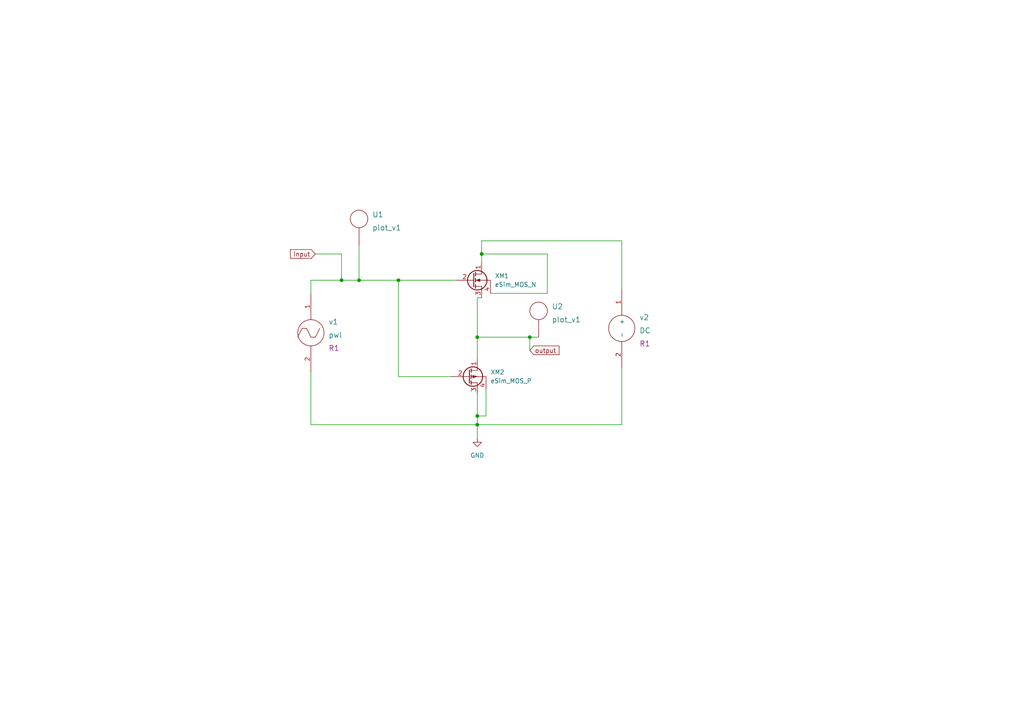
<source format=kicad_sch>
(kicad_sch (version 20211123) (generator eeschema)
  (paper "A4")
  (lib_symbols
    (symbol "eSim_Devices:eSim_MOS_N" (pin_names (offset 0) hide)
      (property "Reference" "M" (at 0 -3.81 0))
      (property "Value" "eSim_MOS_N" (at 2.54 -1.27 0))
      (symbol "eSim_MOS_N_0_1"
        (polyline (pts (xy 3.302 -7.366) (xy 3.302 -6.35)) (stroke (width 0.254)))
        (polyline (pts (xy 3.302 -6.858) (xy 5.08 -6.858)))
        (polyline (pts (xy 3.302 -5.588) (xy 3.302 -4.572)) (stroke (width 0.254)))
        (polyline (pts (xy 3.302 -5.08) (xy 5.08 -5.08)))
        (polyline (pts (xy 3.302 -3.81) (xy 3.302 -2.794)) (stroke (width 0.254)))
        (polyline (pts (xy 3.302 -3.302) (xy 5.08 -3.302)))
        (polyline (pts (xy 5.08 -7.62) (xy 5.08 -6.858)))
        (polyline (pts (xy 5.08 -3.302) (xy 5.08 -2.54)))
        (polyline (pts (xy 2.794 -6.985) (xy 2.794 -3.175) (xy 2.794 -3.175)) (stroke (width 0.254)))
        (polyline (pts (xy 5.08 -5.08) (xy 7.62 -5.08) (xy 7.62 -6.35)))
        (polyline (pts (xy 3.556 -5.08) (xy 4.572 -5.461) (xy 4.572 -4.699) (xy 3.556 -5.08)) (fill (type outline)))
        (circle (center 3.81 -5.08) (radius 2.8194) (stroke (width 0.254)))
      )
      (symbol "eSim_MOS_N_1_1"
        (pin passive line (at 5.08 0 270) (length 2.54) (name "D") (number "1"))
        (pin passive line (at -2.54 -5.08 0) (length 5.334) (name "G") (number "2"))
        (pin passive line (at 5.08 -10.16 90) (length 2.54) (name "S") (number "3"))
        (pin passive line (at 7.62 -8.89 90) (length 2.4892) (name "B") (number "4"))
      )
    )
    (symbol "eSim_Devices:eSim_MOS_P" (pin_names (offset 0) hide)
      (property "Reference" "M" (at -1.27 1.27 0))
      (property "Value" "eSim_MOS_P" (at 1.27 3.81 0))
      (symbol "eSim_MOS_P_0_1"
        (polyline (pts (xy 2.032 -1.778) (xy 3.81 -1.778)))
        (polyline (pts (xy 2.032 -1.27) (xy 2.032 -2.286)) (stroke (width 0.254)))
        (polyline (pts (xy 2.032 0) (xy 3.81 0)))
        (polyline (pts (xy 2.032 0.508) (xy 2.032 -0.508)) (stroke (width 0.254)))
        (polyline (pts (xy 2.032 1.778) (xy 3.81 1.778)))
        (polyline (pts (xy 2.032 2.286) (xy 2.032 1.27)) (stroke (width 0.254)))
        (polyline (pts (xy 3.81 -1.778) (xy 3.81 -2.54)))
        (polyline (pts (xy 3.81 2.54) (xy 3.81 1.778)))
        (polyline (pts (xy 1.524 1.905) (xy 1.524 -1.905) (xy 1.524 -1.905)) (stroke (width 0.254)))
        (polyline (pts (xy 3.81 0) (xy 6.35 0) (xy 6.35 -1.27)))
        (polyline (pts (xy 3.556 0) (xy 2.54 -0.381) (xy 2.54 0.381) (xy 3.556 0)) (fill (type outline)))
        (circle (center 2.54 0) (radius 2.8194) (stroke (width 0.254)))
      )
      (symbol "eSim_MOS_P_1_1"
        (pin passive line (at 3.81 5.08 270) (length 2.54) (name "D") (number "1"))
        (pin passive line (at -3.81 0 0) (length 5.334) (name "G") (number "2"))
        (pin passive line (at 3.81 -5.08 90) (length 2.54) (name "S") (number "3"))
        (pin passive line (at 6.35 -3.81 90) (length 2.54) (name "B") (number "4"))
      )
    )
    (symbol "eSim_Plot:plot_v1" (pin_names (offset 1.016))
      (property "Reference" "U" (at 0 12.7 0))
      (property "Value" "plot_v1" (at 5.08 8.89 0))
      (symbol "plot_v1_0_1"
        (circle (center 0 12.7) (radius 2.54))
      )
      (symbol "plot_v1_1_1"
        (pin input line (at 0 5.08 90) (length 5.08) (name "~") (number "~"))
      )
    )
    (symbol "eSim_Power:eSim_GND" (power) (pin_names (offset 0))
      (property "Value" "eSim_GND" (at 0 -3.81 0))
      (symbol "eSim_GND_0_1"
        (polyline (pts (xy 0 0) (xy 0 -1.27) (xy 1.27 -1.27) (xy 0 -2.54) (xy -1.27 -1.27) (xy 0 -1.27)))
      )
      (symbol "eSim_GND_1_1"
        (pin power_in line (at 0 0 270) (length 0) hide (name "GND") (number "1"))
      )
    )
    (symbol "eSim_Sources:DC" (pin_names (offset 1.016))
      (property "Reference" "v" (at -5.08 2.54 0))
      (property "Value" "DC" (at -5.08 -1.27 0))
      (property "Footprint" "R1" (at -7.62 0 0))
      (symbol "DC_0_1"
        (circle (center 0 0) (radius 3.81))
      )
      (symbol "DC_1_1"
        (pin power_out line (at 0 11.43 270) (length 7.62) (name "+") (number "1"))
        (pin power_out line (at 0 -11.43 90) (length 7.62) (name "-") (number "2"))
      )
    )
    (symbol "eSim_Sources:pwl" (pin_names (offset 1.016))
      (property "Reference" "v" (at -5.08 2.54 0))
      (property "Value" "pwl" (at -6.35 -1.27 0))
      (property "Footprint" "R1" (at -7.62 0 0))
      (symbol "pwl_0_1"
        (arc (start -2.54 1.27) (mid -3.1997 0.0124) (end -3.81 -1.27))
        (arc (start -1.27 1.27) (mid -1.905 1.2806) (end -2.54 1.27))
        (arc (start 0 -1.27) (mid -0.608 0.0135) (end -1.27 1.27))
        (arc (start 0 -1.27) (mid 0.635 -1.2859) (end 1.27 -1.27))
        (circle (center 0 0) (radius 3.81))
        (arc (start 1.27 -1.27) (mid 1.944 -0.0194) (end 2.54 1.27))
      )
      (symbol "pwl_1_1"
        (pin input line (at 0 11.43 270) (length 7.62) (name "+") (number "1"))
        (pin input line (at 0 -11.43 90) (length 7.62) (name "-") (number "2"))
      )
    )
  )
  (junction (at 138.43 97.79))
  (junction (at 115.57 81.28))
  (junction (at 153.67 97.79))
  (junction (at 138.43 120.65))
  (junction (at 139.7 73.66))
  (junction (at 138.43 123.19))
  (junction (at 104.14 81.28))
  (junction (at 99.06 81.28))
  (wire (pts (xy 139.7 69.85) (xy 180.34 69.85)))
  (wire (pts (xy 180.34 123.19) (xy 138.43 123.19)))
  (wire (pts (xy 158.75 73.66) (xy 139.7 73.66)))
  (wire (pts (xy 138.43 86.36) (xy 139.7 86.36)))
  (wire (pts (xy 138.43 104.14) (xy 138.43 97.79)))
  (wire (pts (xy 180.34 69.85) (xy 180.34 83.82)))
  (wire (pts (xy 90.17 123.19) (xy 138.43 123.19)))
  (wire (pts (xy 115.57 81.28) (xy 104.14 81.28)))
  (wire (pts (xy 90.17 81.28) (xy 90.17 85.09)))
  (wire (pts (xy 90.17 107.95) (xy 90.17 123.19)))
  (wire (pts (xy 138.43 120.65) (xy 140.97 120.65)))
  (wire (pts (xy 138.43 120.65) (xy 138.43 123.19)))
  (wire (pts (xy 153.67 97.79) (xy 156.21 97.79)))
  (wire (pts (xy 138.43 97.79) (xy 138.43 86.36)))
  (wire (pts (xy 104.14 81.28) (xy 99.06 81.28)))
  (wire (pts (xy 139.7 73.66) (xy 139.7 69.85)))
  (wire (pts (xy 104.14 71.12) (xy 104.14 81.28)))
  (wire (pts (xy 99.06 73.66) (xy 99.06 81.28)))
  (wire (pts (xy 138.43 123.19) (xy 138.43 127)))
  (wire (pts (xy 115.57 109.22) (xy 115.57 81.28)))
  (wire (pts (xy 153.67 97.79) (xy 153.67 101.6)))
  (wire (pts (xy 139.7 73.66) (xy 139.7 76.2)))
  (wire (pts (xy 158.75 85.09) (xy 158.75 73.66)))
  (wire (pts (xy 138.43 114.3) (xy 138.43 120.65)))
  (wire (pts (xy 180.34 106.68) (xy 180.34 123.19)))
  (wire (pts (xy 140.97 113.03) (xy 140.97 120.65)))
  (wire (pts (xy 132.08 81.28) (xy 115.57 81.28)))
  (wire (pts (xy 142.24 85.09) (xy 158.75 85.09)))
  (wire (pts (xy 130.81 109.22) (xy 115.57 109.22)))
  (wire (pts (xy 99.06 81.28) (xy 90.17 81.28)))
  (wire (pts (xy 138.43 97.79) (xy 153.67 97.79)))
  (wire (pts (xy 91.44 73.66) (xy 99.06 73.66)))
  (global_label "output" (shape input) (at 153.67 101.6 0) (property "Intersheet References" "${INTERSHEET_REFS}" (effects hide)))
  (global_label "input" (shape input) (at 91.44 73.66 180) (property "Intersheet References" "${INTERSHEET_REFS}" (effects hide)))
  (symbol (lib_id "eSim_Plot:plot_v1") (at 156.21 102.87 0) (unit 1)
    (property "Reference" "U2" (at 160.02 88.9 0) (effects (font (size 1.524 1.524)) (justify left)))
    (property "Value" "plot_v1" (at 160.02 92.71 0) (effects (font (size 1.524 1.524)) (justify left)))
  )
  (symbol (lib_id "eSim_Power:eSim_GND") (at 138.43 127 0) (unit 1)
    (property "Reference" "#PWR0101" (effects hide))
    (property "Value" "eSim_GND" (at 138.43 132.08 0))
  )
  (symbol (lib_id "eSim_Sources:pwl") (at 90.17 96.52 0) (unit 1)
    (property "Reference" "v1" (at 95.25 93.345 0) (effects (font (size 1.524 1.524)) (justify left)))
    (property "Value" "pwl" (at 95.25 97.155 0) (effects (font (size 1.524 1.524)) (justify left)))
    (property "Footprint" "R1" (at 95.25 100.965 0) (effects (font (size 1.524 1.524)) (justify left)))
  )
  (symbol (lib_id "eSim_Plot:plot_v1") (at 104.14 76.2 0) (unit 1)
    (property "Reference" "U1" (at 107.95 62.23 0) (effects (font (size 1.524 1.524)) (justify left)))
    (property "Value" "plot_v1" (at 107.95 66.04 0) (effects (font (size 1.524 1.524)) (justify left)))
  )
  (symbol (lib_id "eSim_Devices:eSim_MOS_N") (at 134.62 76.2 0) (unit 1)
    (property "Reference" "XM1" (at 143.51 80.0099 0) (effects (justify left)))
    (property "Value" "eSim_MOS_N" (at 143.51 82.5499 0) (effects (justify left)))
  )
  (symbol (lib_id "eSim_Sources:DC") (at 180.34 95.25 0) (unit 1)
    (property "Reference" "v2" (at 185.42 92.075 0) (effects (font (size 1.524 1.524)) (justify left)))
    (property "Value" "DC" (at 185.42 95.885 0) (effects (font (size 1.524 1.524)) (justify left)))
    (property "Footprint" "R1" (at 185.42 99.695 0) (effects (font (size 1.524 1.524)) (justify left)))
  )
  (symbol (lib_id "eSim_Devices:eSim_MOS_P") (at 134.62 109.22 0) (unit 1)
    (property "Reference" "XM2" (at 142.24 107.9499 0) (effects (justify left)))
    (property "Value" "eSim_MOS_P" (at 142.24 110.4899 0) (effects (justify left)))
  )
)
</source>
